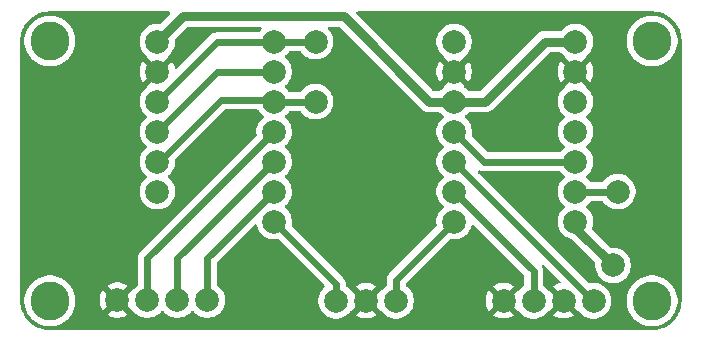
<source format=gbr>
%TF.GenerationSoftware,KiCad,Pcbnew,9.0.4-9.0.4-0~ubuntu22.04.1*%
%TF.CreationDate,2025-11-07T00:10:23-05:00*%
%TF.ProjectId,operator-mk3,6f706572-6174-46f7-922d-6d6b332e6b69,rev?*%
%TF.SameCoordinates,Original*%
%TF.FileFunction,Copper,L2,Bot*%
%TF.FilePolarity,Positive*%
%FSLAX46Y46*%
G04 Gerber Fmt 4.6, Leading zero omitted, Abs format (unit mm)*
G04 Created by KiCad (PCBNEW 9.0.4-9.0.4-0~ubuntu22.04.1) date 2025-11-07 00:10:23*
%MOMM*%
%LPD*%
G01*
G04 APERTURE LIST*
%TA.AperFunction,ComponentPad*%
%ADD10C,3.300000*%
%TD*%
%TA.AperFunction,ComponentPad*%
%ADD11C,2.000000*%
%TD*%
%TA.AperFunction,ViaPad*%
%ADD12C,2.000000*%
%TD*%
%TA.AperFunction,Conductor*%
%ADD13C,0.800000*%
%TD*%
%TA.AperFunction,Conductor*%
%ADD14C,0.600000*%
%TD*%
G04 APERTURE END LIST*
D10*
%TO.P,,*%
%TO.N,*%
X160000000Y-112000000D03*
%TD*%
%TO.P,,*%
%TO.N,*%
X160000000Y-90000000D03*
%TD*%
%TO.P,,*%
%TO.N,*%
X109000000Y-112000000D03*
%TD*%
%TO.P,REF\u002A\u002A,*%
%TO.N,*%
X109000000Y-90000000D03*
%TD*%
D11*
%TO.P,J4,1,Pin_1*%
%TO.N,3V*%
X153500000Y-90060000D03*
%TO.P,J4,2,Pin_2*%
%TO.N,GND*%
X153500000Y-92600000D03*
%TO.P,J4,3,Pin_3*%
%TO.N,unconnected-(J4-Pin_3-Pad3)*%
X153500000Y-95140000D03*
%TO.P,J4,4,Pin_4*%
%TO.N,unconnected-(J4-Pin_4-Pad4)*%
X153500000Y-97680000D03*
%TO.P,J4,5,Pin_5*%
%TO.N,DIN*%
X153500000Y-100220000D03*
%TO.P,J4,6,Pin_6*%
%TO.N,BCLK*%
X153500000Y-102760000D03*
%TO.P,J4,7,Pin_7*%
%TO.N,LRC*%
X153500000Y-105300000D03*
%TD*%
%TO.P,J3,1,Pin_1*%
%TO.N,D9*%
X155040000Y-112000000D03*
%TO.P,J3,2,Pin_2*%
%TO.N,GND*%
X152500000Y-112000000D03*
%TO.P,J3,3,Pin_3*%
%TO.N,D8*%
X149960000Y-112000000D03*
%TO.P,J3,4,Pin_4*%
%TO.N,GND*%
X147420000Y-112000000D03*
%TD*%
%TO.P,J5,1,Pin_1*%
%TO.N,BCLK*%
X128000000Y-90060000D03*
%TO.P,J5,2,Pin_2*%
%TO.N,DOUT*%
X128000000Y-92600000D03*
%TO.P,J5,3,Pin_3*%
%TO.N,LRC*%
X128000000Y-95140000D03*
%TO.P,J5,4,Pin_4*%
%TO.N,D3*%
X128000000Y-97680000D03*
%TO.P,J5,5,Pin_5*%
%TO.N,D4*%
X128000000Y-100220000D03*
%TO.P,J5,6,Pin_6*%
%TO.N,D5*%
X128000000Y-102760000D03*
%TO.P,J5,7,Pin_7*%
%TO.N,D6*%
X128000000Y-105300000D03*
%TD*%
%TO.P,J8,1,Pin_1*%
%TO.N,GND*%
X114720000Y-111950000D03*
%TO.P,J8,2,Pin_2*%
%TO.N,D3*%
X117260000Y-111950000D03*
%TO.P,J8,3,Pin_3*%
%TO.N,D4*%
X119800000Y-111950000D03*
%TO.P,J8,4,Pin_4*%
%TO.N,D5*%
X122340000Y-111950000D03*
%TD*%
%TO.P,J6,1,Pin_1*%
%TO.N,unconnected-(J6-Pin_1-Pad1)*%
X143235000Y-90060000D03*
%TO.P,J6,2,Pin_2*%
%TO.N,GND*%
X143235000Y-92600000D03*
%TO.P,J6,3,Pin_3*%
%TO.N,3V*%
X143235000Y-95140000D03*
%TO.P,J6,4,Pin_4*%
%TO.N,DIN*%
X143235000Y-97680000D03*
%TO.P,J6,5,Pin_5*%
%TO.N,D9*%
X143235000Y-100220000D03*
%TO.P,J6,6,Pin_6*%
%TO.N,D8*%
X143235000Y-102760000D03*
%TO.P,J6,7,Pin_7*%
%TO.N,D7*%
X143235000Y-105300000D03*
%TD*%
%TO.P,J1,1,Pin_1*%
%TO.N,D7*%
X138320000Y-112000000D03*
%TO.P,J1,2,Pin_2*%
%TO.N,GND*%
X135780000Y-112000000D03*
%TO.P,J1,3,Pin_3*%
%TO.N,D6*%
X133240000Y-112000000D03*
%TD*%
%TO.P,J2,1,Pin_1*%
%TO.N,3V*%
X118100000Y-90060000D03*
%TO.P,J2,2,Pin_2*%
%TO.N,GND*%
X118100000Y-92600000D03*
%TO.P,J2,3,Pin_3*%
%TO.N,BCLK*%
X118100000Y-95140000D03*
%TO.P,J2,4,Pin_4*%
%TO.N,DOUT*%
X118100000Y-97680000D03*
%TO.P,J2,5,Pin_5*%
%TO.N,LRC*%
X118100000Y-100220000D03*
%TO.P,J2,6,Pin_6*%
%TO.N,unconnected-(J2-Pin_6-Pad6)*%
X118100000Y-102760000D03*
%TD*%
D12*
%TO.N,BCLK*%
X157100000Y-102760000D03*
X131500000Y-90060000D03*
%TO.N,LRC*%
X156700000Y-109000000D03*
X131500000Y-95140000D03*
%TD*%
D13*
%TO.N,LRC*%
X156700000Y-109000000D02*
X153500000Y-105800000D01*
X153500000Y-105800000D02*
X153500000Y-105300000D01*
%TO.N,3V*%
X118100000Y-90060000D02*
X120259000Y-87901000D01*
X120259000Y-87901000D02*
X133901000Y-87901000D01*
X133901000Y-87901000D02*
X141140000Y-95140000D01*
X141140000Y-95140000D02*
X143235000Y-95140000D01*
X143235000Y-95140000D02*
X145860000Y-95140000D01*
X145860000Y-95140000D02*
X150940000Y-90060000D01*
X150940000Y-90060000D02*
X153500000Y-90060000D01*
D14*
%TO.N,BCLK*%
X128000000Y-90060000D02*
X123180000Y-90060000D01*
X128000000Y-90060000D02*
X131500000Y-90060000D01*
X123180000Y-90060000D02*
X118100000Y-95140000D01*
%TO.N,LRC*%
X127860000Y-95000000D02*
X123500000Y-95000000D01*
X128000000Y-95140000D02*
X127860000Y-95000000D01*
X128000000Y-95140000D02*
X131500000Y-95140000D01*
X118280000Y-100220000D02*
X118100000Y-100220000D01*
X123500000Y-95000000D02*
X118280000Y-100220000D01*
%TO.N,DOUT*%
X123180000Y-92600000D02*
X118100000Y-97680000D01*
X128000000Y-92600000D02*
X123180000Y-92600000D01*
%TO.N,DIN*%
X143235000Y-97680000D02*
X145775000Y-100220000D01*
X145775000Y-100220000D02*
X153500000Y-100220000D01*
%TO.N,D7*%
X143235000Y-105300000D02*
X138320000Y-110215000D01*
X138320000Y-110215000D02*
X138320000Y-112000000D01*
%TO.N,D9*%
X143235000Y-100220000D02*
X155015000Y-112000000D01*
X155015000Y-112000000D02*
X155040000Y-112000000D01*
%TO.N,D4*%
X128000000Y-100220000D02*
X119800000Y-108420000D01*
X119800000Y-108420000D02*
X119800000Y-111950000D01*
%TO.N,D8*%
X149960000Y-109485000D02*
X149960000Y-112000000D01*
X143235000Y-102760000D02*
X149960000Y-109485000D01*
%TO.N,D5*%
X128000000Y-102760000D02*
X122340000Y-108420000D01*
X122340000Y-108420000D02*
X122340000Y-111950000D01*
%TO.N,D6*%
X128000000Y-105300000D02*
X133240000Y-110540000D01*
X133240000Y-110540000D02*
X133240000Y-112000000D01*
%TO.N,D3*%
X117260000Y-108420000D02*
X117260000Y-111950000D01*
X128000000Y-97680000D02*
X117260000Y-108420000D01*
%TO.N,BCLK*%
X157100000Y-102760000D02*
X153500000Y-102760000D01*
%TD*%
%TA.AperFunction,Conductor*%
%TO.N,GND*%
G36*
X119153677Y-87520185D02*
G01*
X119199432Y-87572989D01*
X119209376Y-87642147D01*
X119180351Y-87705703D01*
X119174319Y-87712181D01*
X118356784Y-88529714D01*
X118295461Y-88563199D01*
X118249706Y-88564506D01*
X118218092Y-88559500D01*
X117981908Y-88559500D01*
X117981903Y-88559500D01*
X117748631Y-88596446D01*
X117524003Y-88669433D01*
X117313566Y-88776657D01*
X117229385Y-88837819D01*
X117122490Y-88915483D01*
X117122488Y-88915485D01*
X117122487Y-88915485D01*
X116955485Y-89082487D01*
X116955485Y-89082488D01*
X116955483Y-89082490D01*
X116905670Y-89151051D01*
X116816657Y-89273566D01*
X116709433Y-89484003D01*
X116636446Y-89708631D01*
X116599500Y-89941902D01*
X116599500Y-90178097D01*
X116636446Y-90411368D01*
X116709433Y-90635996D01*
X116816657Y-90846433D01*
X116955483Y-91037510D01*
X117122490Y-91204517D01*
X117181716Y-91247547D01*
X117224381Y-91302875D01*
X117232448Y-91357593D01*
X117230893Y-91377340D01*
X117970591Y-92117037D01*
X117907007Y-92134075D01*
X117792993Y-92199901D01*
X117699901Y-92292993D01*
X117634075Y-92407007D01*
X117617037Y-92470591D01*
X116877340Y-91730894D01*
X116817084Y-91813830D01*
X116709897Y-92024197D01*
X116636934Y-92248752D01*
X116600000Y-92481947D01*
X116600000Y-92718052D01*
X116636934Y-92951247D01*
X116709897Y-93175802D01*
X116817087Y-93386174D01*
X116877338Y-93469104D01*
X116877340Y-93469105D01*
X117617037Y-92729408D01*
X117634075Y-92792993D01*
X117699901Y-92907007D01*
X117792993Y-93000099D01*
X117907007Y-93065925D01*
X117970590Y-93082962D01*
X117230893Y-93822658D01*
X117232448Y-93842405D01*
X117218084Y-93910783D01*
X117181717Y-93952451D01*
X117122490Y-93995482D01*
X116955485Y-94162487D01*
X116955485Y-94162488D01*
X116955483Y-94162490D01*
X116930653Y-94196666D01*
X116816657Y-94353566D01*
X116709433Y-94564003D01*
X116636446Y-94788631D01*
X116599500Y-95021902D01*
X116599500Y-95258097D01*
X116636446Y-95491368D01*
X116709433Y-95715996D01*
X116772344Y-95839464D01*
X116816657Y-95926433D01*
X116955483Y-96117510D01*
X117122490Y-96284517D01*
X117157127Y-96309683D01*
X117199792Y-96365013D01*
X117205771Y-96434626D01*
X117173165Y-96496421D01*
X117157130Y-96510315D01*
X117139365Y-96523222D01*
X117122488Y-96535484D01*
X116955485Y-96702487D01*
X116955485Y-96702488D01*
X116955483Y-96702490D01*
X116895862Y-96784550D01*
X116816657Y-96893566D01*
X116709433Y-97104003D01*
X116636446Y-97328631D01*
X116599500Y-97561902D01*
X116599500Y-97798097D01*
X116636446Y-98031368D01*
X116709433Y-98255996D01*
X116816657Y-98466433D01*
X116955483Y-98657510D01*
X117122490Y-98824517D01*
X117157127Y-98849683D01*
X117199792Y-98905013D01*
X117205771Y-98974626D01*
X117173165Y-99036421D01*
X117157130Y-99050315D01*
X117139365Y-99063222D01*
X117122488Y-99075484D01*
X116955485Y-99242487D01*
X116955485Y-99242488D01*
X116955483Y-99242490D01*
X116895862Y-99324550D01*
X116816657Y-99433566D01*
X116709433Y-99644003D01*
X116636446Y-99868631D01*
X116599500Y-100101902D01*
X116599500Y-100338097D01*
X116636446Y-100571368D01*
X116709433Y-100795996D01*
X116799144Y-100972062D01*
X116816657Y-101006433D01*
X116955483Y-101197510D01*
X117122490Y-101364517D01*
X117157127Y-101389683D01*
X117199792Y-101445013D01*
X117205771Y-101514626D01*
X117173165Y-101576421D01*
X117157130Y-101590315D01*
X117139365Y-101603222D01*
X117122488Y-101615484D01*
X116955485Y-101782487D01*
X116955485Y-101782488D01*
X116955483Y-101782490D01*
X116895862Y-101864550D01*
X116816657Y-101973566D01*
X116709433Y-102184003D01*
X116636446Y-102408631D01*
X116599500Y-102641902D01*
X116599500Y-102878097D01*
X116636446Y-103111368D01*
X116709433Y-103335996D01*
X116816657Y-103546433D01*
X116955483Y-103737510D01*
X117122490Y-103904517D01*
X117313567Y-104043343D01*
X117375676Y-104074989D01*
X117524003Y-104150566D01*
X117524005Y-104150566D01*
X117524008Y-104150568D01*
X117644412Y-104189689D01*
X117748631Y-104223553D01*
X117981903Y-104260500D01*
X117981908Y-104260500D01*
X118218097Y-104260500D01*
X118451368Y-104223553D01*
X118675992Y-104150568D01*
X118886433Y-104043343D01*
X119077510Y-103904517D01*
X119244517Y-103737510D01*
X119383343Y-103546433D01*
X119490568Y-103335992D01*
X119563553Y-103111368D01*
X119566273Y-103094194D01*
X119600500Y-102878097D01*
X119600500Y-102641902D01*
X119563553Y-102408631D01*
X119490566Y-102184003D01*
X119383342Y-101973566D01*
X119244517Y-101782490D01*
X119077510Y-101615483D01*
X119042872Y-101590317D01*
X119000207Y-101534989D01*
X118994228Y-101465375D01*
X119026833Y-101403580D01*
X119042873Y-101389682D01*
X119077510Y-101364517D01*
X119244517Y-101197510D01*
X119383343Y-101006433D01*
X119490568Y-100795992D01*
X119563553Y-100571368D01*
X119566273Y-100554194D01*
X119600500Y-100338097D01*
X119600500Y-100101906D01*
X119600118Y-100097055D01*
X119601630Y-100096935D01*
X119609716Y-100034315D01*
X119635556Y-99996520D01*
X123795259Y-95836819D01*
X123856582Y-95803334D01*
X123882940Y-95800500D01*
X126576503Y-95800500D01*
X126643542Y-95820185D01*
X126686987Y-95868204D01*
X126716655Y-95926431D01*
X126725070Y-95938013D01*
X126855483Y-96117510D01*
X127022490Y-96284517D01*
X127057127Y-96309683D01*
X127099792Y-96365013D01*
X127105771Y-96434626D01*
X127073165Y-96496421D01*
X127057130Y-96510315D01*
X127039365Y-96523222D01*
X127022488Y-96535484D01*
X126855485Y-96702487D01*
X126855485Y-96702488D01*
X126855483Y-96702490D01*
X126795862Y-96784550D01*
X126716657Y-96893566D01*
X126609433Y-97104003D01*
X126536446Y-97328631D01*
X126499500Y-97561902D01*
X126499500Y-97798097D01*
X126523843Y-97951790D01*
X126514889Y-98021083D01*
X126489051Y-98058869D01*
X119155344Y-105392578D01*
X116749711Y-107798211D01*
X116693960Y-107853962D01*
X116638209Y-107909712D01*
X116550609Y-108040814D01*
X116550602Y-108040827D01*
X116490264Y-108186498D01*
X116490261Y-108186510D01*
X116459500Y-108341153D01*
X116459500Y-110613695D01*
X116439815Y-110680734D01*
X116408386Y-110714012D01*
X116282496Y-110805478D01*
X116282487Y-110805485D01*
X116115482Y-110972490D01*
X116072451Y-111031717D01*
X116017120Y-111074382D01*
X115962405Y-111082448D01*
X115942658Y-111080893D01*
X115202962Y-111820590D01*
X115185925Y-111757007D01*
X115120099Y-111642993D01*
X115027007Y-111549901D01*
X114912993Y-111484075D01*
X114849409Y-111467037D01*
X115589105Y-110727340D01*
X115589104Y-110727338D01*
X115506174Y-110667087D01*
X115295802Y-110559897D01*
X115071247Y-110486934D01*
X115071248Y-110486934D01*
X114838052Y-110450000D01*
X114601948Y-110450000D01*
X114368752Y-110486934D01*
X114144197Y-110559897D01*
X113933830Y-110667084D01*
X113850894Y-110727340D01*
X114590591Y-111467037D01*
X114527007Y-111484075D01*
X114412993Y-111549901D01*
X114319901Y-111642993D01*
X114254075Y-111757007D01*
X114237037Y-111820591D01*
X113497340Y-111080894D01*
X113437084Y-111163830D01*
X113329897Y-111374197D01*
X113256934Y-111598752D01*
X113220000Y-111831947D01*
X113220000Y-112068052D01*
X113256934Y-112301247D01*
X113329897Y-112525802D01*
X113437087Y-112736174D01*
X113497338Y-112819104D01*
X113497340Y-112819105D01*
X114237037Y-112079408D01*
X114254075Y-112142993D01*
X114319901Y-112257007D01*
X114412993Y-112350099D01*
X114527007Y-112415925D01*
X114590590Y-112432962D01*
X113850893Y-113172658D01*
X113933828Y-113232914D01*
X114144197Y-113340102D01*
X114368752Y-113413065D01*
X114368751Y-113413065D01*
X114601948Y-113450000D01*
X114838052Y-113450000D01*
X115071247Y-113413065D01*
X115295802Y-113340102D01*
X115506163Y-113232918D01*
X115506169Y-113232914D01*
X115589104Y-113172658D01*
X115589105Y-113172658D01*
X114849408Y-112432962D01*
X114912993Y-112415925D01*
X115027007Y-112350099D01*
X115120099Y-112257007D01*
X115185925Y-112142993D01*
X115202962Y-112079409D01*
X115942657Y-112819104D01*
X115962404Y-112817550D01*
X116030781Y-112831914D01*
X116072451Y-112868282D01*
X116115483Y-112927510D01*
X116282490Y-113094517D01*
X116473567Y-113233343D01*
X116570856Y-113282914D01*
X116684003Y-113340566D01*
X116684005Y-113340566D01*
X116684008Y-113340568D01*
X116804412Y-113379689D01*
X116908631Y-113413553D01*
X117141903Y-113450500D01*
X117141908Y-113450500D01*
X117378097Y-113450500D01*
X117611368Y-113413553D01*
X117682114Y-113390566D01*
X117835992Y-113340568D01*
X118046433Y-113233343D01*
X118237510Y-113094517D01*
X118404517Y-112927510D01*
X118429682Y-112892872D01*
X118485011Y-112850207D01*
X118554625Y-112844228D01*
X118616420Y-112876833D01*
X118630315Y-112892870D01*
X118655483Y-112927510D01*
X118822490Y-113094517D01*
X119013567Y-113233343D01*
X119110856Y-113282914D01*
X119224003Y-113340566D01*
X119224005Y-113340566D01*
X119224008Y-113340568D01*
X119344412Y-113379689D01*
X119448631Y-113413553D01*
X119681903Y-113450500D01*
X119681908Y-113450500D01*
X119918097Y-113450500D01*
X120151368Y-113413553D01*
X120222114Y-113390566D01*
X120375992Y-113340568D01*
X120586433Y-113233343D01*
X120777510Y-113094517D01*
X120944517Y-112927510D01*
X120969682Y-112892872D01*
X121025011Y-112850207D01*
X121094625Y-112844228D01*
X121156420Y-112876833D01*
X121170315Y-112892870D01*
X121195483Y-112927510D01*
X121362490Y-113094517D01*
X121553567Y-113233343D01*
X121650856Y-113282914D01*
X121764003Y-113340566D01*
X121764005Y-113340566D01*
X121764008Y-113340568D01*
X121884412Y-113379689D01*
X121988631Y-113413553D01*
X122221903Y-113450500D01*
X122221908Y-113450500D01*
X122458097Y-113450500D01*
X122691368Y-113413553D01*
X122762114Y-113390566D01*
X122915992Y-113340568D01*
X123126433Y-113233343D01*
X123317510Y-113094517D01*
X123484517Y-112927510D01*
X123623343Y-112736433D01*
X123730568Y-112525992D01*
X123803553Y-112301368D01*
X123828637Y-112142993D01*
X123840500Y-112068097D01*
X123840500Y-111831902D01*
X123803553Y-111598631D01*
X123730566Y-111374003D01*
X123623342Y-111163566D01*
X123600995Y-111132808D01*
X123484517Y-110972490D01*
X123317510Y-110805483D01*
X123278775Y-110777340D01*
X123191614Y-110714012D01*
X123148948Y-110658682D01*
X123140500Y-110613695D01*
X123140500Y-108802940D01*
X123160185Y-108735901D01*
X123176819Y-108715259D01*
X124422364Y-107469714D01*
X126323929Y-105568148D01*
X126385250Y-105534665D01*
X126454942Y-105539649D01*
X126510875Y-105581521D01*
X126534081Y-105636431D01*
X126536447Y-105651370D01*
X126609433Y-105875996D01*
X126716657Y-106086433D01*
X126855483Y-106277510D01*
X127022490Y-106444517D01*
X127213567Y-106583343D01*
X127312991Y-106634002D01*
X127424003Y-106690566D01*
X127424005Y-106690566D01*
X127424008Y-106690568D01*
X127544412Y-106729689D01*
X127648631Y-106763553D01*
X127881903Y-106800500D01*
X127881908Y-106800500D01*
X128118090Y-106800500D01*
X128118092Y-106800500D01*
X128271793Y-106776155D01*
X128341083Y-106785109D01*
X128378869Y-106810947D01*
X132255266Y-110687344D01*
X132288751Y-110748667D01*
X132283767Y-110818359D01*
X132255267Y-110862706D01*
X132095482Y-111022491D01*
X131956657Y-111213566D01*
X131849433Y-111424003D01*
X131776446Y-111648631D01*
X131739500Y-111881902D01*
X131739500Y-112118097D01*
X131776446Y-112351368D01*
X131849433Y-112575996D01*
X131940538Y-112754798D01*
X131956657Y-112786433D01*
X132095483Y-112977510D01*
X132262490Y-113144517D01*
X132453567Y-113283343D01*
X132552991Y-113334002D01*
X132664003Y-113390566D01*
X132664005Y-113390566D01*
X132664008Y-113390568D01*
X132772385Y-113425782D01*
X132888631Y-113463553D01*
X133121903Y-113500500D01*
X133121908Y-113500500D01*
X133358097Y-113500500D01*
X133591368Y-113463553D01*
X133592870Y-113463065D01*
X133815992Y-113390568D01*
X134026433Y-113283343D01*
X134217510Y-113144517D01*
X134384517Y-112977510D01*
X134431370Y-112913022D01*
X134435713Y-112908199D01*
X134460150Y-112893142D01*
X134482877Y-112875618D01*
X134490393Y-112874509D01*
X134495199Y-112871549D01*
X134508730Y-112871806D01*
X134537594Y-112867551D01*
X134557340Y-112869105D01*
X135297037Y-112129408D01*
X135314075Y-112192993D01*
X135379901Y-112307007D01*
X135472993Y-112400099D01*
X135587007Y-112465925D01*
X135650590Y-112482962D01*
X134910893Y-113222658D01*
X134993828Y-113282914D01*
X135204197Y-113390102D01*
X135428752Y-113463065D01*
X135428751Y-113463065D01*
X135661948Y-113500000D01*
X135898052Y-113500000D01*
X136131247Y-113463065D01*
X136355802Y-113390102D01*
X136566163Y-113282918D01*
X136566169Y-113282914D01*
X136649104Y-113222658D01*
X136649105Y-113222658D01*
X135909408Y-112482962D01*
X135972993Y-112465925D01*
X136087007Y-112400099D01*
X136180099Y-112307007D01*
X136245925Y-112192993D01*
X136262962Y-112129409D01*
X137002657Y-112869104D01*
X137022404Y-112867550D01*
X137090781Y-112881914D01*
X137132451Y-112918282D01*
X137175483Y-112977510D01*
X137342490Y-113144517D01*
X137533567Y-113283343D01*
X137632991Y-113334002D01*
X137744003Y-113390566D01*
X137744005Y-113390566D01*
X137744008Y-113390568D01*
X137852385Y-113425782D01*
X137968631Y-113463553D01*
X138201903Y-113500500D01*
X138201908Y-113500500D01*
X138438097Y-113500500D01*
X138671368Y-113463553D01*
X138672870Y-113463065D01*
X138895992Y-113390568D01*
X139106433Y-113283343D01*
X139297510Y-113144517D01*
X139464517Y-112977510D01*
X139603343Y-112786433D01*
X139710568Y-112575992D01*
X139783553Y-112351368D01*
X139783754Y-112350099D01*
X139820500Y-112118097D01*
X139820500Y-111881902D01*
X139783553Y-111648631D01*
X139710566Y-111424003D01*
X139603342Y-111213566D01*
X139464517Y-111022490D01*
X139297510Y-110855483D01*
X139271519Y-110836599D01*
X139171614Y-110764012D01*
X139168274Y-110759681D01*
X139163297Y-110757408D01*
X139147165Y-110732307D01*
X139128948Y-110708682D01*
X139127695Y-110702009D01*
X139125523Y-110698630D01*
X139120500Y-110663695D01*
X139120500Y-110597939D01*
X139140185Y-110530900D01*
X139156814Y-110510263D01*
X142856131Y-106810945D01*
X142917452Y-106777462D01*
X142963203Y-106776155D01*
X143116908Y-106800500D01*
X143116910Y-106800500D01*
X143353097Y-106800500D01*
X143586368Y-106763553D01*
X143586374Y-106763551D01*
X143810992Y-106690568D01*
X144021433Y-106583343D01*
X144212510Y-106444517D01*
X144379517Y-106277510D01*
X144518343Y-106086433D01*
X144625568Y-105875992D01*
X144698553Y-105651368D01*
X144700918Y-105636434D01*
X144730845Y-105573301D01*
X144790155Y-105536368D01*
X144860018Y-105537364D01*
X144911072Y-105568150D01*
X149123181Y-109780259D01*
X149156666Y-109841582D01*
X149159500Y-109867940D01*
X149159500Y-110663695D01*
X149139815Y-110730734D01*
X149108386Y-110764012D01*
X148982496Y-110855478D01*
X148982487Y-110855485D01*
X148815482Y-111022490D01*
X148772451Y-111081717D01*
X148717120Y-111124382D01*
X148662405Y-111132448D01*
X148642658Y-111130893D01*
X147902962Y-111870590D01*
X147885925Y-111807007D01*
X147820099Y-111692993D01*
X147727007Y-111599901D01*
X147612993Y-111534075D01*
X147549409Y-111517037D01*
X148289105Y-110777340D01*
X148289104Y-110777338D01*
X148206174Y-110717087D01*
X147995802Y-110609897D01*
X147771247Y-110536934D01*
X147771248Y-110536934D01*
X147538052Y-110500000D01*
X147301948Y-110500000D01*
X147068752Y-110536934D01*
X146844197Y-110609897D01*
X146633830Y-110717084D01*
X146550894Y-110777340D01*
X147290591Y-111517037D01*
X147227007Y-111534075D01*
X147112993Y-111599901D01*
X147019901Y-111692993D01*
X146954075Y-111807007D01*
X146937037Y-111870591D01*
X146197340Y-111130894D01*
X146137084Y-111213830D01*
X146029897Y-111424197D01*
X145956934Y-111648752D01*
X145920000Y-111881947D01*
X145920000Y-112118052D01*
X145956934Y-112351247D01*
X146029897Y-112575802D01*
X146137087Y-112786174D01*
X146197338Y-112869104D01*
X146197340Y-112869105D01*
X146937037Y-112129408D01*
X146954075Y-112192993D01*
X147019901Y-112307007D01*
X147112993Y-112400099D01*
X147227007Y-112465925D01*
X147290590Y-112482962D01*
X146550893Y-113222658D01*
X146633828Y-113282914D01*
X146844197Y-113390102D01*
X147068752Y-113463065D01*
X147068751Y-113463065D01*
X147301948Y-113500000D01*
X147538052Y-113500000D01*
X147771247Y-113463065D01*
X147995802Y-113390102D01*
X148206163Y-113282918D01*
X148206169Y-113282914D01*
X148289104Y-113222658D01*
X148289105Y-113222658D01*
X147549408Y-112482962D01*
X147612993Y-112465925D01*
X147727007Y-112400099D01*
X147820099Y-112307007D01*
X147885925Y-112192993D01*
X147902962Y-112129409D01*
X148642657Y-112869104D01*
X148662404Y-112867550D01*
X148730781Y-112881914D01*
X148772451Y-112918282D01*
X148815483Y-112977510D01*
X148982490Y-113144517D01*
X149173567Y-113283343D01*
X149272991Y-113334002D01*
X149384003Y-113390566D01*
X149384005Y-113390566D01*
X149384008Y-113390568D01*
X149492385Y-113425782D01*
X149608631Y-113463553D01*
X149841903Y-113500500D01*
X149841908Y-113500500D01*
X150078097Y-113500500D01*
X150311368Y-113463553D01*
X150312870Y-113463065D01*
X150535992Y-113390568D01*
X150746433Y-113283343D01*
X150937510Y-113144517D01*
X151104517Y-112977510D01*
X151151370Y-112913022D01*
X151155713Y-112908199D01*
X151180150Y-112893142D01*
X151202877Y-112875618D01*
X151210393Y-112874509D01*
X151215199Y-112871549D01*
X151228730Y-112871806D01*
X151257594Y-112867551D01*
X151277340Y-112869105D01*
X152017037Y-112129408D01*
X152034075Y-112192993D01*
X152099901Y-112307007D01*
X152192993Y-112400099D01*
X152307007Y-112465925D01*
X152370590Y-112482962D01*
X151630893Y-113222658D01*
X151713828Y-113282914D01*
X151924197Y-113390102D01*
X152148752Y-113463065D01*
X152148751Y-113463065D01*
X152381948Y-113500000D01*
X152618052Y-113500000D01*
X152851247Y-113463065D01*
X153075802Y-113390102D01*
X153286163Y-113282918D01*
X153286169Y-113282914D01*
X153369104Y-113222658D01*
X153369105Y-113222658D01*
X152629408Y-112482962D01*
X152692993Y-112465925D01*
X152807007Y-112400099D01*
X152900099Y-112307007D01*
X152965925Y-112192993D01*
X152982962Y-112129408D01*
X153722657Y-112869104D01*
X153742404Y-112867550D01*
X153810781Y-112881914D01*
X153852451Y-112918282D01*
X153895483Y-112977510D01*
X154062490Y-113144517D01*
X154253567Y-113283343D01*
X154352991Y-113334002D01*
X154464003Y-113390566D01*
X154464005Y-113390566D01*
X154464008Y-113390568D01*
X154572385Y-113425782D01*
X154688631Y-113463553D01*
X154921903Y-113500500D01*
X154921908Y-113500500D01*
X155158097Y-113500500D01*
X155391368Y-113463553D01*
X155392870Y-113463065D01*
X155615992Y-113390568D01*
X155826433Y-113283343D01*
X156017510Y-113144517D01*
X156184517Y-112977510D01*
X156323343Y-112786433D01*
X156430568Y-112575992D01*
X156503553Y-112351368D01*
X156503754Y-112350099D01*
X156540500Y-112118097D01*
X156540500Y-111881906D01*
X156539309Y-111874386D01*
X156539309Y-111874383D01*
X156536879Y-111859041D01*
X157849500Y-111859041D01*
X157849500Y-112140958D01*
X157886295Y-112420439D01*
X157959259Y-112692743D01*
X158067135Y-112953179D01*
X158067140Y-112953190D01*
X158193851Y-113172658D01*
X158208088Y-113197317D01*
X158374013Y-113413553D01*
X158379704Y-113420970D01*
X158579029Y-113620295D01*
X158579033Y-113620298D01*
X158579035Y-113620300D01*
X158802683Y-113791912D01*
X158802690Y-113791916D01*
X159046809Y-113932859D01*
X159046814Y-113932861D01*
X159046817Y-113932863D01*
X159307261Y-114040742D01*
X159579558Y-114113704D01*
X159859049Y-114150500D01*
X159859056Y-114150500D01*
X160140944Y-114150500D01*
X160140951Y-114150500D01*
X160420442Y-114113704D01*
X160692739Y-114040742D01*
X160953183Y-113932863D01*
X161197317Y-113791912D01*
X161420965Y-113620300D01*
X161620300Y-113420965D01*
X161791912Y-113197317D01*
X161932863Y-112953183D01*
X162040742Y-112692739D01*
X162113704Y-112420442D01*
X162150500Y-112140951D01*
X162150500Y-111859049D01*
X162113704Y-111579558D01*
X162040742Y-111307261D01*
X161932863Y-111046817D01*
X161932861Y-111046814D01*
X161932859Y-111046809D01*
X161791916Y-110802690D01*
X161791912Y-110802683D01*
X161620300Y-110579035D01*
X161620298Y-110579033D01*
X161620295Y-110579029D01*
X161420970Y-110379704D01*
X161420965Y-110379700D01*
X161197317Y-110208088D01*
X161197311Y-110208084D01*
X161197309Y-110208083D01*
X160953190Y-110067140D01*
X160953179Y-110067135D01*
X160692743Y-109959259D01*
X160420439Y-109886295D01*
X160140958Y-109849500D01*
X160140951Y-109849500D01*
X159859049Y-109849500D01*
X159859041Y-109849500D01*
X159579560Y-109886295D01*
X159307256Y-109959259D01*
X159046820Y-110067135D01*
X159046809Y-110067140D01*
X158802690Y-110208083D01*
X158802682Y-110208089D01*
X158579029Y-110379704D01*
X158379704Y-110579029D01*
X158265901Y-110727340D01*
X158227535Y-110777340D01*
X158208089Y-110802682D01*
X158208083Y-110802690D01*
X158067140Y-111046809D01*
X158067135Y-111046820D01*
X157959259Y-111307256D01*
X157886295Y-111579560D01*
X157849500Y-111859041D01*
X156536879Y-111859041D01*
X156503553Y-111648631D01*
X156430566Y-111424003D01*
X156323342Y-111213566D01*
X156184517Y-111022490D01*
X156017510Y-110855483D01*
X155826433Y-110716657D01*
X155791053Y-110698630D01*
X155615996Y-110609433D01*
X155391368Y-110536446D01*
X155158097Y-110499500D01*
X155158092Y-110499500D01*
X154921908Y-110499500D01*
X154921903Y-110499500D01*
X154746626Y-110527261D01*
X154677332Y-110518306D01*
X154639547Y-110492469D01*
X145291459Y-101144381D01*
X145257974Y-101083058D01*
X145262958Y-101013366D01*
X145304830Y-100957433D01*
X145370294Y-100933016D01*
X145426586Y-100942137D01*
X145498833Y-100972062D01*
X145541502Y-100989737D01*
X145625438Y-101006433D01*
X145696152Y-101020499D01*
X145696155Y-101020500D01*
X145696157Y-101020500D01*
X145696158Y-101020500D01*
X152163696Y-101020500D01*
X152230735Y-101040185D01*
X152264013Y-101071613D01*
X152355483Y-101197510D01*
X152522490Y-101364517D01*
X152557127Y-101389683D01*
X152599792Y-101445013D01*
X152605771Y-101514626D01*
X152573165Y-101576421D01*
X152557130Y-101590315D01*
X152539365Y-101603222D01*
X152522488Y-101615484D01*
X152355485Y-101782487D01*
X152355485Y-101782488D01*
X152355483Y-101782490D01*
X152295862Y-101864550D01*
X152216657Y-101973566D01*
X152109433Y-102184003D01*
X152036446Y-102408631D01*
X151999500Y-102641902D01*
X151999500Y-102878097D01*
X152036446Y-103111368D01*
X152109433Y-103335996D01*
X152216657Y-103546433D01*
X152355483Y-103737510D01*
X152522490Y-103904517D01*
X152557127Y-103929683D01*
X152599792Y-103985013D01*
X152605771Y-104054626D01*
X152573165Y-104116421D01*
X152557130Y-104130315D01*
X152539365Y-104143222D01*
X152522488Y-104155484D01*
X152355485Y-104322487D01*
X152355485Y-104322488D01*
X152355483Y-104322490D01*
X152295862Y-104404550D01*
X152216657Y-104513566D01*
X152109433Y-104724003D01*
X152036446Y-104948631D01*
X151999500Y-105181902D01*
X151999500Y-105418097D01*
X152036446Y-105651368D01*
X152109433Y-105875996D01*
X152216657Y-106086433D01*
X152355483Y-106277510D01*
X152522490Y-106444517D01*
X152713567Y-106583343D01*
X152812991Y-106634002D01*
X152924003Y-106690566D01*
X152924005Y-106690566D01*
X152924008Y-106690568D01*
X153148632Y-106763553D01*
X153158052Y-106765044D01*
X153221186Y-106794972D01*
X153226337Y-106799837D01*
X155169714Y-108743214D01*
X155203199Y-108804537D01*
X155204507Y-108850291D01*
X155199500Y-108881907D01*
X155199500Y-109118097D01*
X155236446Y-109351368D01*
X155309433Y-109575996D01*
X155375018Y-109704712D01*
X155416657Y-109786433D01*
X155555483Y-109977510D01*
X155722490Y-110144517D01*
X155913567Y-110283343D01*
X155959035Y-110306510D01*
X156124003Y-110390566D01*
X156124005Y-110390566D01*
X156124008Y-110390568D01*
X156244412Y-110429689D01*
X156348631Y-110463553D01*
X156581903Y-110500500D01*
X156581908Y-110500500D01*
X156818097Y-110500500D01*
X157051368Y-110463553D01*
X157065698Y-110458897D01*
X157275992Y-110390568D01*
X157486433Y-110283343D01*
X157677510Y-110144517D01*
X157844517Y-109977510D01*
X157983343Y-109786433D01*
X158090568Y-109575992D01*
X158163553Y-109351368D01*
X158197570Y-109136594D01*
X158200500Y-109118097D01*
X158200500Y-108881902D01*
X158163553Y-108648631D01*
X158090566Y-108424003D01*
X157983342Y-108213566D01*
X157844517Y-108022490D01*
X157677510Y-107855483D01*
X157486433Y-107716657D01*
X157275996Y-107609433D01*
X157051368Y-107536446D01*
X156818097Y-107499500D01*
X156818092Y-107499500D01*
X156581908Y-107499500D01*
X156581907Y-107499500D01*
X156550291Y-107504507D01*
X156480998Y-107495551D01*
X156443214Y-107469714D01*
X154934225Y-105960725D01*
X154900740Y-105899402D01*
X154903974Y-105834730D01*
X154963553Y-105651368D01*
X154976157Y-105571789D01*
X155000500Y-105418097D01*
X155000500Y-105181902D01*
X154963553Y-104948631D01*
X154890566Y-104724003D01*
X154783342Y-104513566D01*
X154644517Y-104322490D01*
X154477510Y-104155483D01*
X154442872Y-104130317D01*
X154400207Y-104074989D01*
X154394228Y-104005375D01*
X154426833Y-103943580D01*
X154442873Y-103929682D01*
X154477510Y-103904517D01*
X154644517Y-103737510D01*
X154735986Y-103611613D01*
X154791316Y-103568949D01*
X154836304Y-103560500D01*
X155763696Y-103560500D01*
X155830735Y-103580185D01*
X155864013Y-103611613D01*
X155955483Y-103737510D01*
X156122490Y-103904517D01*
X156313567Y-104043343D01*
X156375676Y-104074989D01*
X156524003Y-104150566D01*
X156524005Y-104150566D01*
X156524008Y-104150568D01*
X156644412Y-104189689D01*
X156748631Y-104223553D01*
X156981903Y-104260500D01*
X156981908Y-104260500D01*
X157218097Y-104260500D01*
X157451368Y-104223553D01*
X157675992Y-104150568D01*
X157886433Y-104043343D01*
X158077510Y-103904517D01*
X158244517Y-103737510D01*
X158383343Y-103546433D01*
X158490568Y-103335992D01*
X158563553Y-103111368D01*
X158566273Y-103094194D01*
X158600500Y-102878097D01*
X158600500Y-102641902D01*
X158563553Y-102408631D01*
X158490566Y-102184003D01*
X158383342Y-101973566D01*
X158244517Y-101782490D01*
X158077510Y-101615483D01*
X157886433Y-101476657D01*
X157864291Y-101465375D01*
X157675996Y-101369433D01*
X157451368Y-101296446D01*
X157218097Y-101259500D01*
X157218092Y-101259500D01*
X156981908Y-101259500D01*
X156981903Y-101259500D01*
X156748631Y-101296446D01*
X156524003Y-101369433D01*
X156313566Y-101476657D01*
X156261307Y-101514626D01*
X156122490Y-101615483D01*
X156122488Y-101615485D01*
X156122487Y-101615485D01*
X155955485Y-101782487D01*
X155955485Y-101782488D01*
X155955483Y-101782490D01*
X155864014Y-101908386D01*
X155808684Y-101951051D01*
X155763696Y-101959500D01*
X154836304Y-101959500D01*
X154769265Y-101939815D01*
X154735986Y-101908386D01*
X154644517Y-101782490D01*
X154477510Y-101615483D01*
X154442872Y-101590317D01*
X154400207Y-101534989D01*
X154394228Y-101465375D01*
X154426833Y-101403580D01*
X154442873Y-101389682D01*
X154477510Y-101364517D01*
X154644517Y-101197510D01*
X154783343Y-101006433D01*
X154890568Y-100795992D01*
X154963553Y-100571368D01*
X154966273Y-100554194D01*
X155000500Y-100338097D01*
X155000500Y-100101902D01*
X154963553Y-99868631D01*
X154890566Y-99644003D01*
X154783342Y-99433566D01*
X154644517Y-99242490D01*
X154477510Y-99075483D01*
X154442872Y-99050317D01*
X154400207Y-98994989D01*
X154394228Y-98925375D01*
X154426833Y-98863580D01*
X154442873Y-98849682D01*
X154477510Y-98824517D01*
X154644517Y-98657510D01*
X154783343Y-98466433D01*
X154890568Y-98255992D01*
X154963553Y-98031368D01*
X154976157Y-97951789D01*
X155000500Y-97798097D01*
X155000500Y-97561902D01*
X154963553Y-97328631D01*
X154890566Y-97104003D01*
X154783342Y-96893566D01*
X154644517Y-96702490D01*
X154477510Y-96535483D01*
X154442872Y-96510317D01*
X154400207Y-96454989D01*
X154394228Y-96385375D01*
X154426833Y-96323580D01*
X154442873Y-96309682D01*
X154477510Y-96284517D01*
X154644517Y-96117510D01*
X154783343Y-95926433D01*
X154890568Y-95715992D01*
X154963553Y-95491368D01*
X155000500Y-95258097D01*
X155000500Y-95021902D01*
X154963553Y-94788631D01*
X154890566Y-94564003D01*
X154834002Y-94452991D01*
X154783343Y-94353567D01*
X154644517Y-94162490D01*
X154477510Y-93995483D01*
X154418282Y-93952451D01*
X154375617Y-93897122D01*
X154367550Y-93842404D01*
X154369104Y-93822657D01*
X153629408Y-93082962D01*
X153692993Y-93065925D01*
X153807007Y-93000099D01*
X153900099Y-92907007D01*
X153965925Y-92792993D01*
X153982962Y-92729409D01*
X154722658Y-93469105D01*
X154722658Y-93469104D01*
X154782914Y-93386169D01*
X154782918Y-93386163D01*
X154890102Y-93175802D01*
X154963065Y-92951247D01*
X155000000Y-92718052D01*
X155000000Y-92481947D01*
X154963065Y-92248752D01*
X154890102Y-92024197D01*
X154782914Y-91813828D01*
X154722658Y-91730894D01*
X154722658Y-91730893D01*
X153982962Y-92470590D01*
X153965925Y-92407007D01*
X153900099Y-92292993D01*
X153807007Y-92199901D01*
X153692993Y-92134075D01*
X153629409Y-92117037D01*
X154369105Y-91377340D01*
X154367551Y-91357594D01*
X154381915Y-91289216D01*
X154418284Y-91247547D01*
X154477510Y-91204517D01*
X154644517Y-91037510D01*
X154783343Y-90846433D01*
X154890568Y-90635992D01*
X154963553Y-90411368D01*
X155000500Y-90178097D01*
X155000500Y-89941901D01*
X154989807Y-89874387D01*
X154987376Y-89859041D01*
X157849500Y-89859041D01*
X157849500Y-90140958D01*
X157886295Y-90420439D01*
X157959259Y-90692743D01*
X158067135Y-90953179D01*
X158067140Y-90953190D01*
X158115824Y-91037512D01*
X158208088Y-91197317D01*
X158376213Y-91416421D01*
X158379704Y-91420970D01*
X158579029Y-91620295D01*
X158579033Y-91620298D01*
X158579035Y-91620300D01*
X158802683Y-91791912D01*
X158802690Y-91791916D01*
X159046809Y-91932859D01*
X159046814Y-91932861D01*
X159046817Y-91932863D01*
X159307261Y-92040742D01*
X159579558Y-92113704D01*
X159859049Y-92150500D01*
X159859056Y-92150500D01*
X160140944Y-92150500D01*
X160140951Y-92150500D01*
X160420442Y-92113704D01*
X160692739Y-92040742D01*
X160953183Y-91932863D01*
X161197317Y-91791912D01*
X161420965Y-91620300D01*
X161620300Y-91420965D01*
X161791912Y-91197317D01*
X161932863Y-90953183D01*
X162040742Y-90692739D01*
X162113704Y-90420442D01*
X162150500Y-90140951D01*
X162150500Y-89859049D01*
X162113704Y-89579558D01*
X162040742Y-89307261D01*
X161932863Y-89046817D01*
X161932861Y-89046814D01*
X161932859Y-89046809D01*
X161791916Y-88802690D01*
X161791912Y-88802683D01*
X161620300Y-88579035D01*
X161620298Y-88579033D01*
X161620295Y-88579029D01*
X161420970Y-88379704D01*
X161380208Y-88348426D01*
X161197317Y-88208088D01*
X161197311Y-88208084D01*
X161197309Y-88208083D01*
X160953190Y-88067140D01*
X160953179Y-88067135D01*
X160692743Y-87959259D01*
X160420439Y-87886295D01*
X160140958Y-87849500D01*
X160140951Y-87849500D01*
X159859049Y-87849500D01*
X159859041Y-87849500D01*
X159579560Y-87886295D01*
X159307256Y-87959259D01*
X159046820Y-88067135D01*
X159046809Y-88067140D01*
X158802690Y-88208083D01*
X158802682Y-88208089D01*
X158579029Y-88379704D01*
X158379704Y-88579029D01*
X158310335Y-88669433D01*
X158208754Y-88801816D01*
X158208089Y-88802682D01*
X158208083Y-88802690D01*
X158067140Y-89046809D01*
X158067135Y-89046820D01*
X157959259Y-89307256D01*
X157886295Y-89579560D01*
X157849500Y-89859041D01*
X154987376Y-89859041D01*
X154963553Y-89708631D01*
X154890566Y-89484003D01*
X154800508Y-89307256D01*
X154783343Y-89273567D01*
X154644517Y-89082490D01*
X154477510Y-88915483D01*
X154286433Y-88776657D01*
X154075996Y-88669433D01*
X153851368Y-88596446D01*
X153618097Y-88559500D01*
X153618092Y-88559500D01*
X153381908Y-88559500D01*
X153381903Y-88559500D01*
X153148631Y-88596446D01*
X152924003Y-88669433D01*
X152713566Y-88776657D01*
X152629385Y-88837819D01*
X152522490Y-88915483D01*
X152522488Y-88915485D01*
X152522487Y-88915485D01*
X152355485Y-89082487D01*
X152355485Y-89082488D01*
X152355483Y-89082490D01*
X152336667Y-89108386D01*
X152281339Y-89151051D01*
X152236351Y-89159500D01*
X150851303Y-89159500D01*
X150677341Y-89194103D01*
X150677333Y-89194105D01*
X150513455Y-89261985D01*
X150513446Y-89261990D01*
X150365964Y-89360535D01*
X150365960Y-89360538D01*
X145523319Y-94203181D01*
X145461996Y-94236666D01*
X145435638Y-94239500D01*
X144498649Y-94239500D01*
X144431610Y-94219815D01*
X144398332Y-94188387D01*
X144379517Y-94162490D01*
X144212510Y-93995483D01*
X144153282Y-93952451D01*
X144110617Y-93897122D01*
X144102550Y-93842404D01*
X144104104Y-93822657D01*
X143364408Y-93082962D01*
X143427993Y-93065925D01*
X143542007Y-93000099D01*
X143635099Y-92907007D01*
X143700925Y-92792993D01*
X143717962Y-92729409D01*
X144457658Y-93469105D01*
X144457658Y-93469104D01*
X144517914Y-93386169D01*
X144517918Y-93386163D01*
X144625102Y-93175802D01*
X144698065Y-92951247D01*
X144735000Y-92718052D01*
X144735000Y-92481947D01*
X144698065Y-92248752D01*
X144625102Y-92024197D01*
X144517914Y-91813828D01*
X144457658Y-91730894D01*
X144457658Y-91730893D01*
X143717962Y-92470590D01*
X143700925Y-92407007D01*
X143635099Y-92292993D01*
X143542007Y-92199901D01*
X143427993Y-92134075D01*
X143364409Y-92117037D01*
X144104105Y-91377340D01*
X144102551Y-91357594D01*
X144116915Y-91289216D01*
X144153284Y-91247547D01*
X144212510Y-91204517D01*
X144379517Y-91037510D01*
X144518343Y-90846433D01*
X144625568Y-90635992D01*
X144698553Y-90411368D01*
X144735500Y-90178097D01*
X144735500Y-89941902D01*
X144698553Y-89708631D01*
X144625566Y-89484003D01*
X144535508Y-89307256D01*
X144518343Y-89273567D01*
X144379517Y-89082490D01*
X144212510Y-88915483D01*
X144021433Y-88776657D01*
X143810996Y-88669433D01*
X143586368Y-88596446D01*
X143353097Y-88559500D01*
X143353092Y-88559500D01*
X143116908Y-88559500D01*
X143116903Y-88559500D01*
X142883631Y-88596446D01*
X142659003Y-88669433D01*
X142448566Y-88776657D01*
X142364385Y-88837819D01*
X142257490Y-88915483D01*
X142257488Y-88915485D01*
X142257487Y-88915485D01*
X142090485Y-89082487D01*
X142090485Y-89082488D01*
X142090483Y-89082490D01*
X142040670Y-89151051D01*
X141951657Y-89273566D01*
X141844433Y-89484003D01*
X141771446Y-89708631D01*
X141734500Y-89941902D01*
X141734500Y-90178097D01*
X141771446Y-90411368D01*
X141844433Y-90635996D01*
X141951657Y-90846433D01*
X142090483Y-91037510D01*
X142257490Y-91204517D01*
X142316716Y-91247547D01*
X142359381Y-91302875D01*
X142367448Y-91357593D01*
X142365893Y-91377340D01*
X143105591Y-92117037D01*
X143042007Y-92134075D01*
X142927993Y-92199901D01*
X142834901Y-92292993D01*
X142769075Y-92407007D01*
X142752037Y-92470591D01*
X142012340Y-91730894D01*
X141952084Y-91813830D01*
X141844897Y-92024197D01*
X141771934Y-92248752D01*
X141735000Y-92481947D01*
X141735000Y-92718052D01*
X141771934Y-92951247D01*
X141844897Y-93175802D01*
X141952087Y-93386174D01*
X142012338Y-93469104D01*
X142012340Y-93469105D01*
X142752037Y-92729408D01*
X142769075Y-92792993D01*
X142834901Y-92907007D01*
X142927993Y-93000099D01*
X143042007Y-93065925D01*
X143105590Y-93082962D01*
X142365893Y-93822658D01*
X142367448Y-93842405D01*
X142353084Y-93910783D01*
X142316717Y-93952451D01*
X142257490Y-93995482D01*
X142090485Y-94162487D01*
X142090485Y-94162488D01*
X142090483Y-94162490D01*
X142071667Y-94188386D01*
X142016339Y-94231051D01*
X141971351Y-94239500D01*
X141564362Y-94239500D01*
X141497323Y-94219815D01*
X141476681Y-94203181D01*
X134985681Y-87712181D01*
X134952196Y-87650858D01*
X134957180Y-87581166D01*
X134999052Y-87525233D01*
X135064516Y-87500816D01*
X135073362Y-87500500D01*
X159934108Y-87500500D01*
X159996249Y-87500500D01*
X160003736Y-87500726D01*
X160293796Y-87518271D01*
X160308657Y-87520075D01*
X160590798Y-87571780D01*
X160605335Y-87575363D01*
X160879172Y-87660695D01*
X160893163Y-87666000D01*
X161154743Y-87783727D01*
X161167989Y-87790680D01*
X161413465Y-87939075D01*
X161425776Y-87947573D01*
X161578386Y-88067135D01*
X161651573Y-88124473D01*
X161662781Y-88134403D01*
X161865596Y-88337218D01*
X161875526Y-88348426D01*
X162044814Y-88564507D01*
X162052422Y-88574217D01*
X162060926Y-88586537D01*
X162175858Y-88776657D01*
X162209316Y-88832004D01*
X162216275Y-88845263D01*
X162333997Y-89106831D01*
X162339306Y-89120832D01*
X162424635Y-89394663D01*
X162428219Y-89409201D01*
X162479923Y-89691340D01*
X162481728Y-89706205D01*
X162499274Y-89996263D01*
X162499500Y-90003750D01*
X162499500Y-111996249D01*
X162499274Y-112003736D01*
X162481728Y-112293794D01*
X162479923Y-112308659D01*
X162428219Y-112590798D01*
X162424635Y-112605336D01*
X162339306Y-112879167D01*
X162333997Y-112893168D01*
X162216275Y-113154736D01*
X162209316Y-113167995D01*
X162060928Y-113413459D01*
X162052422Y-113425782D01*
X161875526Y-113651573D01*
X161865596Y-113662781D01*
X161662781Y-113865596D01*
X161651573Y-113875526D01*
X161425782Y-114052422D01*
X161413459Y-114060928D01*
X161167995Y-114209316D01*
X161154736Y-114216275D01*
X160893168Y-114333997D01*
X160879167Y-114339306D01*
X160605336Y-114424635D01*
X160590798Y-114428219D01*
X160308659Y-114479923D01*
X160293794Y-114481728D01*
X160003736Y-114499274D01*
X159996249Y-114499500D01*
X109003751Y-114499500D01*
X108996264Y-114499274D01*
X108706205Y-114481728D01*
X108691340Y-114479923D01*
X108409201Y-114428219D01*
X108394663Y-114424635D01*
X108120832Y-114339306D01*
X108106831Y-114333997D01*
X107845263Y-114216275D01*
X107832004Y-114209316D01*
X107586540Y-114060928D01*
X107574217Y-114052422D01*
X107348426Y-113875526D01*
X107337218Y-113865596D01*
X107134403Y-113662781D01*
X107124473Y-113651573D01*
X107005723Y-113500000D01*
X106947573Y-113425776D01*
X106939075Y-113413465D01*
X106790680Y-113167989D01*
X106783727Y-113154743D01*
X106666000Y-112893163D01*
X106660693Y-112879167D01*
X106658399Y-112871806D01*
X106575363Y-112605335D01*
X106571780Y-112590798D01*
X106540561Y-112420442D01*
X106520075Y-112308657D01*
X106518271Y-112293794D01*
X106500726Y-112003736D01*
X106500500Y-111996249D01*
X106500500Y-111859041D01*
X106849500Y-111859041D01*
X106849500Y-112140958D01*
X106886295Y-112420439D01*
X106959259Y-112692743D01*
X107067135Y-112953179D01*
X107067140Y-112953190D01*
X107193851Y-113172658D01*
X107208088Y-113197317D01*
X107374013Y-113413553D01*
X107379704Y-113420970D01*
X107579029Y-113620295D01*
X107579033Y-113620298D01*
X107579035Y-113620300D01*
X107802683Y-113791912D01*
X107802690Y-113791916D01*
X108046809Y-113932859D01*
X108046814Y-113932861D01*
X108046817Y-113932863D01*
X108307261Y-114040742D01*
X108579558Y-114113704D01*
X108859049Y-114150500D01*
X108859056Y-114150500D01*
X109140944Y-114150500D01*
X109140951Y-114150500D01*
X109420442Y-114113704D01*
X109692739Y-114040742D01*
X109953183Y-113932863D01*
X110197317Y-113791912D01*
X110420965Y-113620300D01*
X110620300Y-113420965D01*
X110791912Y-113197317D01*
X110851264Y-113094517D01*
X110869230Y-113063399D01*
X110932859Y-112953190D01*
X110932859Y-112953189D01*
X110932863Y-112953183D01*
X111040742Y-112692739D01*
X111113704Y-112420442D01*
X111150500Y-112140951D01*
X111150500Y-111859049D01*
X111145783Y-111823223D01*
X111127900Y-111687386D01*
X111113704Y-111579558D01*
X111040742Y-111307261D01*
X110932863Y-111046817D01*
X110932861Y-111046814D01*
X110932859Y-111046809D01*
X110811493Y-110836599D01*
X110791912Y-110802683D01*
X110620300Y-110579035D01*
X110620298Y-110579033D01*
X110620295Y-110579029D01*
X110420970Y-110379704D01*
X110420965Y-110379700D01*
X110197317Y-110208088D01*
X110197311Y-110208084D01*
X110197309Y-110208083D01*
X109953190Y-110067140D01*
X109953179Y-110067135D01*
X109692743Y-109959259D01*
X109420439Y-109886295D01*
X109140958Y-109849500D01*
X109140951Y-109849500D01*
X108859049Y-109849500D01*
X108859041Y-109849500D01*
X108579560Y-109886295D01*
X108307256Y-109959259D01*
X108046820Y-110067135D01*
X108046809Y-110067140D01*
X107802690Y-110208083D01*
X107802682Y-110208089D01*
X107579029Y-110379704D01*
X107379704Y-110579029D01*
X107265901Y-110727340D01*
X107227535Y-110777340D01*
X107208089Y-110802682D01*
X107208083Y-110802690D01*
X107067140Y-111046809D01*
X107067135Y-111046820D01*
X106959259Y-111307256D01*
X106886295Y-111579560D01*
X106849500Y-111859041D01*
X106500500Y-111859041D01*
X106500500Y-90003750D01*
X106500726Y-89996263D01*
X106508098Y-89874387D01*
X106509026Y-89859041D01*
X106849500Y-89859041D01*
X106849500Y-90140958D01*
X106886295Y-90420439D01*
X106959259Y-90692743D01*
X107067135Y-90953179D01*
X107067140Y-90953190D01*
X107115824Y-91037512D01*
X107208088Y-91197317D01*
X107376213Y-91416421D01*
X107379704Y-91420970D01*
X107579029Y-91620295D01*
X107579033Y-91620298D01*
X107579035Y-91620300D01*
X107802683Y-91791912D01*
X107802690Y-91791916D01*
X108046809Y-91932859D01*
X108046814Y-91932861D01*
X108046817Y-91932863D01*
X108307261Y-92040742D01*
X108579558Y-92113704D01*
X108859049Y-92150500D01*
X108859056Y-92150500D01*
X109140944Y-92150500D01*
X109140951Y-92150500D01*
X109420442Y-92113704D01*
X109692739Y-92040742D01*
X109953183Y-91932863D01*
X110197317Y-91791912D01*
X110420965Y-91620300D01*
X110620300Y-91420965D01*
X110791912Y-91197317D01*
X110932863Y-90953183D01*
X111040742Y-90692739D01*
X111113704Y-90420442D01*
X111150500Y-90140951D01*
X111150500Y-89859049D01*
X111113704Y-89579558D01*
X111040742Y-89307261D01*
X110932863Y-89046817D01*
X110932861Y-89046814D01*
X110932859Y-89046809D01*
X110791916Y-88802690D01*
X110791912Y-88802683D01*
X110620300Y-88579035D01*
X110620298Y-88579033D01*
X110620295Y-88579029D01*
X110420970Y-88379704D01*
X110380208Y-88348426D01*
X110197317Y-88208088D01*
X110197311Y-88208084D01*
X110197309Y-88208083D01*
X109953190Y-88067140D01*
X109953179Y-88067135D01*
X109692743Y-87959259D01*
X109420439Y-87886295D01*
X109140958Y-87849500D01*
X109140951Y-87849500D01*
X108859049Y-87849500D01*
X108859041Y-87849500D01*
X108579560Y-87886295D01*
X108307256Y-87959259D01*
X108046820Y-88067135D01*
X108046809Y-88067140D01*
X107802690Y-88208083D01*
X107802682Y-88208089D01*
X107579029Y-88379704D01*
X107379704Y-88579029D01*
X107310335Y-88669433D01*
X107208754Y-88801816D01*
X107208089Y-88802682D01*
X107208083Y-88802690D01*
X107067140Y-89046809D01*
X107067135Y-89046820D01*
X106959259Y-89307256D01*
X106886295Y-89579560D01*
X106849500Y-89859041D01*
X106509026Y-89859041D01*
X106518271Y-89706201D01*
X106520076Y-89691340D01*
X106540561Y-89579560D01*
X106571780Y-89409197D01*
X106575364Y-89394663D01*
X106585998Y-89360538D01*
X106660696Y-89120822D01*
X106665998Y-89106841D01*
X106783731Y-88845249D01*
X106790676Y-88832016D01*
X106939080Y-88586526D01*
X106947567Y-88574230D01*
X107124480Y-88348417D01*
X107134395Y-88337226D01*
X107337226Y-88134395D01*
X107348417Y-88124480D01*
X107574230Y-87947567D01*
X107586526Y-87939080D01*
X107832016Y-87790676D01*
X107845249Y-87783731D01*
X108106841Y-87665998D01*
X108120822Y-87660696D01*
X108394668Y-87575362D01*
X108409197Y-87571780D01*
X108691344Y-87520075D01*
X108706201Y-87518271D01*
X108996264Y-87500726D01*
X109003751Y-87500500D01*
X109065892Y-87500500D01*
X119086638Y-87500500D01*
X119153677Y-87520185D01*
G37*
%TD.AperFunction*%
%TA.AperFunction,Conductor*%
G36*
X133543677Y-88821185D02*
G01*
X133564319Y-88837819D01*
X140565966Y-95839466D01*
X140600326Y-95862423D01*
X140625040Y-95878936D01*
X140713453Y-95938013D01*
X140795393Y-95971953D01*
X140801480Y-95974474D01*
X140801485Y-95974477D01*
X140837940Y-95989577D01*
X140877334Y-96005895D01*
X141051303Y-96040499D01*
X141051307Y-96040500D01*
X141051308Y-96040500D01*
X141051309Y-96040500D01*
X141971351Y-96040500D01*
X142038390Y-96060185D01*
X142071667Y-96091612D01*
X142090483Y-96117510D01*
X142257490Y-96284517D01*
X142292127Y-96309683D01*
X142334792Y-96365013D01*
X142340771Y-96434626D01*
X142308165Y-96496421D01*
X142292130Y-96510315D01*
X142274365Y-96523222D01*
X142257488Y-96535484D01*
X142090485Y-96702487D01*
X142090485Y-96702488D01*
X142090483Y-96702490D01*
X142030862Y-96784550D01*
X141951657Y-96893566D01*
X141844433Y-97104003D01*
X141771446Y-97328631D01*
X141734500Y-97561902D01*
X141734500Y-97798097D01*
X141771446Y-98031368D01*
X141844433Y-98255996D01*
X141951657Y-98466433D01*
X142090483Y-98657510D01*
X142257490Y-98824517D01*
X142292127Y-98849683D01*
X142334792Y-98905013D01*
X142340771Y-98974626D01*
X142308165Y-99036421D01*
X142292130Y-99050315D01*
X142274365Y-99063222D01*
X142257488Y-99075484D01*
X142090485Y-99242487D01*
X142090485Y-99242488D01*
X142090483Y-99242490D01*
X142030862Y-99324550D01*
X141951657Y-99433566D01*
X141844433Y-99644003D01*
X141771446Y-99868631D01*
X141734500Y-100101902D01*
X141734500Y-100338097D01*
X141771446Y-100571368D01*
X141844433Y-100795996D01*
X141934144Y-100972062D01*
X141951657Y-101006433D01*
X142090483Y-101197510D01*
X142257490Y-101364517D01*
X142292127Y-101389683D01*
X142334792Y-101445013D01*
X142340771Y-101514626D01*
X142308165Y-101576421D01*
X142292130Y-101590315D01*
X142274365Y-101603222D01*
X142257488Y-101615484D01*
X142090485Y-101782487D01*
X142090485Y-101782488D01*
X142090483Y-101782490D01*
X142030862Y-101864550D01*
X141951657Y-101973566D01*
X141844433Y-102184003D01*
X141771446Y-102408631D01*
X141734500Y-102641902D01*
X141734500Y-102878097D01*
X141771446Y-103111368D01*
X141844433Y-103335996D01*
X141951657Y-103546433D01*
X142090483Y-103737510D01*
X142257490Y-103904517D01*
X142292127Y-103929683D01*
X142334792Y-103985013D01*
X142340771Y-104054626D01*
X142308165Y-104116421D01*
X142292130Y-104130315D01*
X142274365Y-104143222D01*
X142257488Y-104155484D01*
X142090485Y-104322487D01*
X142090485Y-104322488D01*
X142090483Y-104322490D01*
X142030862Y-104404550D01*
X141951657Y-104513566D01*
X141844433Y-104724003D01*
X141771446Y-104948631D01*
X141734500Y-105181902D01*
X141734500Y-105418097D01*
X141758843Y-105571790D01*
X141749889Y-105641083D01*
X141724051Y-105678869D01*
X138754291Y-108648631D01*
X137809711Y-109593211D01*
X137753960Y-109648962D01*
X137698209Y-109704712D01*
X137610609Y-109835814D01*
X137610602Y-109835827D01*
X137550264Y-109981498D01*
X137550261Y-109981510D01*
X137519500Y-110136153D01*
X137519500Y-110663695D01*
X137499815Y-110730734D01*
X137468386Y-110764012D01*
X137342496Y-110855478D01*
X137342487Y-110855485D01*
X137175482Y-111022490D01*
X137132451Y-111081717D01*
X137077120Y-111124382D01*
X137022405Y-111132448D01*
X137002658Y-111130893D01*
X136262962Y-111870590D01*
X136245925Y-111807007D01*
X136180099Y-111692993D01*
X136087007Y-111599901D01*
X135972993Y-111534075D01*
X135909409Y-111517037D01*
X136649105Y-110777340D01*
X136649104Y-110777338D01*
X136566174Y-110717087D01*
X136355802Y-110609897D01*
X136131247Y-110536934D01*
X136131248Y-110536934D01*
X135898052Y-110500000D01*
X135661948Y-110500000D01*
X135428752Y-110536934D01*
X135204197Y-110609897D01*
X134993830Y-110717084D01*
X134910894Y-110777340D01*
X135650591Y-111517037D01*
X135587007Y-111534075D01*
X135472993Y-111599901D01*
X135379901Y-111692993D01*
X135314075Y-111807007D01*
X135297037Y-111870590D01*
X134557340Y-111130893D01*
X134537593Y-111132448D01*
X134533860Y-111131663D01*
X134530222Y-111132808D01*
X134499936Y-111124537D01*
X134469215Y-111118084D01*
X134465429Y-111115114D01*
X134462821Y-111114402D01*
X134453431Y-111105701D01*
X134435712Y-111091800D01*
X134431370Y-111086978D01*
X134384517Y-111022490D01*
X134217510Y-110855483D01*
X134191519Y-110836599D01*
X134091614Y-110764012D01*
X134048948Y-110708682D01*
X134040500Y-110663695D01*
X134040500Y-110461155D01*
X134040499Y-110461153D01*
X134040050Y-110458897D01*
X134009737Y-110306503D01*
X134000144Y-110283343D01*
X133949397Y-110160827D01*
X133949390Y-110160814D01*
X133861790Y-110029712D01*
X133809588Y-109977510D01*
X133750289Y-109918211D01*
X129510947Y-105678869D01*
X129477462Y-105617546D01*
X129476155Y-105571795D01*
X129500500Y-105418092D01*
X129500500Y-105181908D01*
X129500500Y-105181902D01*
X129463553Y-104948631D01*
X129390566Y-104724003D01*
X129283342Y-104513566D01*
X129144517Y-104322490D01*
X128977510Y-104155483D01*
X128942872Y-104130317D01*
X128900207Y-104074989D01*
X128894228Y-104005375D01*
X128926833Y-103943580D01*
X128942873Y-103929682D01*
X128977510Y-103904517D01*
X129144517Y-103737510D01*
X129283343Y-103546433D01*
X129390568Y-103335992D01*
X129463553Y-103111368D01*
X129466273Y-103094194D01*
X129500500Y-102878097D01*
X129500500Y-102641902D01*
X129463553Y-102408631D01*
X129390566Y-102184003D01*
X129283342Y-101973566D01*
X129144517Y-101782490D01*
X128977510Y-101615483D01*
X128942872Y-101590317D01*
X128900207Y-101534989D01*
X128894228Y-101465375D01*
X128926833Y-101403580D01*
X128942873Y-101389682D01*
X128977510Y-101364517D01*
X129144517Y-101197510D01*
X129283343Y-101006433D01*
X129390568Y-100795992D01*
X129463553Y-100571368D01*
X129466273Y-100554194D01*
X129500500Y-100338097D01*
X129500500Y-100101902D01*
X129463553Y-99868631D01*
X129390566Y-99644003D01*
X129283342Y-99433566D01*
X129144517Y-99242490D01*
X128977510Y-99075483D01*
X128942872Y-99050317D01*
X128900207Y-98994989D01*
X128894228Y-98925375D01*
X128926833Y-98863580D01*
X128942873Y-98849682D01*
X128977510Y-98824517D01*
X129144517Y-98657510D01*
X129283343Y-98466433D01*
X129390568Y-98255992D01*
X129463553Y-98031368D01*
X129476157Y-97951789D01*
X129500500Y-97798097D01*
X129500500Y-97561902D01*
X129463553Y-97328631D01*
X129390566Y-97104003D01*
X129283342Y-96893566D01*
X129144517Y-96702490D01*
X128977510Y-96535483D01*
X128942872Y-96510317D01*
X128900207Y-96454989D01*
X128894228Y-96385375D01*
X128926833Y-96323580D01*
X128942873Y-96309682D01*
X128977510Y-96284517D01*
X129144517Y-96117510D01*
X129235986Y-95991613D01*
X129291316Y-95948949D01*
X129336304Y-95940500D01*
X130163696Y-95940500D01*
X130230735Y-95960185D01*
X130264013Y-95991613D01*
X130355483Y-96117510D01*
X130522490Y-96284517D01*
X130713567Y-96423343D01*
X130775676Y-96454989D01*
X130924003Y-96530566D01*
X130924005Y-96530566D01*
X130924008Y-96530568D01*
X131044412Y-96569689D01*
X131148631Y-96603553D01*
X131381903Y-96640500D01*
X131381908Y-96640500D01*
X131618097Y-96640500D01*
X131851368Y-96603553D01*
X132075992Y-96530568D01*
X132286433Y-96423343D01*
X132477510Y-96284517D01*
X132644517Y-96117510D01*
X132783343Y-95926433D01*
X132890568Y-95715992D01*
X132963553Y-95491368D01*
X133000500Y-95258097D01*
X133000500Y-95021902D01*
X132963553Y-94788631D01*
X132890566Y-94564003D01*
X132834002Y-94452991D01*
X132783343Y-94353567D01*
X132644517Y-94162490D01*
X132477510Y-93995483D01*
X132286433Y-93856657D01*
X132258460Y-93842404D01*
X132075996Y-93749433D01*
X131851368Y-93676446D01*
X131618097Y-93639500D01*
X131618092Y-93639500D01*
X131381908Y-93639500D01*
X131381903Y-93639500D01*
X131148631Y-93676446D01*
X130924003Y-93749433D01*
X130713566Y-93856657D01*
X130639069Y-93910783D01*
X130522490Y-93995483D01*
X130522488Y-93995485D01*
X130522487Y-93995485D01*
X130355485Y-94162487D01*
X130355485Y-94162488D01*
X130355483Y-94162490D01*
X130301591Y-94236666D01*
X130264014Y-94288386D01*
X130208684Y-94331051D01*
X130163696Y-94339500D01*
X129336304Y-94339500D01*
X129269265Y-94319815D01*
X129235986Y-94288386D01*
X129198409Y-94236666D01*
X129144517Y-94162490D01*
X128977510Y-93995483D01*
X128942872Y-93970317D01*
X128900207Y-93914989D01*
X128894228Y-93845375D01*
X128926833Y-93783580D01*
X128942873Y-93769682D01*
X128977510Y-93744517D01*
X129144517Y-93577510D01*
X129283343Y-93386433D01*
X129390568Y-93175992D01*
X129463553Y-92951368D01*
X129488637Y-92792993D01*
X129500500Y-92718097D01*
X129500500Y-92481902D01*
X129463553Y-92248631D01*
X129396005Y-92040742D01*
X129390568Y-92024008D01*
X129390566Y-92024005D01*
X129390566Y-92024003D01*
X129303971Y-91854052D01*
X129283343Y-91813567D01*
X129144517Y-91622490D01*
X128977510Y-91455483D01*
X128942872Y-91430317D01*
X128900207Y-91374989D01*
X128894228Y-91305375D01*
X128926833Y-91243580D01*
X128942873Y-91229682D01*
X128977510Y-91204517D01*
X129144517Y-91037510D01*
X129235986Y-90911613D01*
X129291316Y-90868949D01*
X129336304Y-90860500D01*
X130163696Y-90860500D01*
X130230735Y-90880185D01*
X130264013Y-90911613D01*
X130355483Y-91037510D01*
X130522490Y-91204517D01*
X130713567Y-91343343D01*
X130775676Y-91374989D01*
X130924003Y-91450566D01*
X130924005Y-91450566D01*
X130924008Y-91450568D01*
X131044412Y-91489689D01*
X131148631Y-91523553D01*
X131381903Y-91560500D01*
X131381908Y-91560500D01*
X131618097Y-91560500D01*
X131851368Y-91523553D01*
X132075992Y-91450568D01*
X132286433Y-91343343D01*
X132477510Y-91204517D01*
X132644517Y-91037510D01*
X132783343Y-90846433D01*
X132890568Y-90635992D01*
X132963553Y-90411368D01*
X133000500Y-90178097D01*
X133000500Y-89941902D01*
X132963553Y-89708631D01*
X132890566Y-89484003D01*
X132800508Y-89307256D01*
X132783343Y-89273567D01*
X132644517Y-89082490D01*
X132575208Y-89013181D01*
X132541723Y-88951858D01*
X132546707Y-88882166D01*
X132588579Y-88826233D01*
X132654043Y-88801816D01*
X132662889Y-88801500D01*
X133476638Y-88801500D01*
X133543677Y-88821185D01*
G37*
%TD.AperFunction*%
%TA.AperFunction,Conductor*%
G36*
X150835862Y-108971488D02*
G01*
X150884383Y-109001461D01*
X152210804Y-110327882D01*
X152244289Y-110389205D01*
X152239305Y-110458897D01*
X152197433Y-110514830D01*
X152152087Y-110536133D01*
X152148754Y-110536933D01*
X151924197Y-110609897D01*
X151713830Y-110717084D01*
X151630894Y-110777340D01*
X152370591Y-111517037D01*
X152307007Y-111534075D01*
X152192993Y-111599901D01*
X152099901Y-111692993D01*
X152034075Y-111807007D01*
X152017037Y-111870590D01*
X151277340Y-111130893D01*
X151257593Y-111132448D01*
X151189215Y-111118084D01*
X151147547Y-111081716D01*
X151104517Y-111022490D01*
X150937510Y-110855483D01*
X150911519Y-110836599D01*
X150811614Y-110764012D01*
X150768948Y-110708682D01*
X150760500Y-110663695D01*
X150760500Y-109406155D01*
X150760499Y-109406153D01*
X150729737Y-109251503D01*
X150729735Y-109251498D01*
X150682141Y-109136594D01*
X150674672Y-109067125D01*
X150705947Y-109004646D01*
X150766037Y-108968994D01*
X150835862Y-108971488D01*
G37*
%TD.AperFunction*%
%TA.AperFunction,Conductor*%
G36*
X152303390Y-90980185D02*
G01*
X152336667Y-91011612D01*
X152355483Y-91037510D01*
X152522490Y-91204517D01*
X152581716Y-91247547D01*
X152624381Y-91302875D01*
X152632448Y-91357593D01*
X152630893Y-91377340D01*
X153370591Y-92117037D01*
X153307007Y-92134075D01*
X153192993Y-92199901D01*
X153099901Y-92292993D01*
X153034075Y-92407007D01*
X153017037Y-92470590D01*
X152277340Y-91730894D01*
X152217084Y-91813830D01*
X152109897Y-92024197D01*
X152036934Y-92248752D01*
X152000000Y-92481947D01*
X152000000Y-92718052D01*
X152036934Y-92951247D01*
X152109897Y-93175802D01*
X152217087Y-93386174D01*
X152277338Y-93469104D01*
X152277340Y-93469105D01*
X153017037Y-92729408D01*
X153034075Y-92792993D01*
X153099901Y-92907007D01*
X153192993Y-93000099D01*
X153307007Y-93065925D01*
X153370590Y-93082962D01*
X152630893Y-93822658D01*
X152632448Y-93842405D01*
X152618084Y-93910783D01*
X152581717Y-93952451D01*
X152522490Y-93995482D01*
X152355485Y-94162487D01*
X152355485Y-94162488D01*
X152355483Y-94162490D01*
X152330653Y-94196666D01*
X152216657Y-94353566D01*
X152109433Y-94564003D01*
X152036446Y-94788631D01*
X151999500Y-95021902D01*
X151999500Y-95258097D01*
X152036446Y-95491368D01*
X152109433Y-95715996D01*
X152172344Y-95839464D01*
X152216657Y-95926433D01*
X152355483Y-96117510D01*
X152522490Y-96284517D01*
X152557127Y-96309683D01*
X152599792Y-96365013D01*
X152605771Y-96434626D01*
X152573165Y-96496421D01*
X152557130Y-96510315D01*
X152539365Y-96523222D01*
X152522488Y-96535484D01*
X152355485Y-96702487D01*
X152355485Y-96702488D01*
X152355483Y-96702490D01*
X152295862Y-96784550D01*
X152216657Y-96893566D01*
X152109433Y-97104003D01*
X152036446Y-97328631D01*
X151999500Y-97561902D01*
X151999500Y-97798097D01*
X152036446Y-98031368D01*
X152109433Y-98255996D01*
X152216657Y-98466433D01*
X152355483Y-98657510D01*
X152522490Y-98824517D01*
X152557127Y-98849683D01*
X152599792Y-98905013D01*
X152605771Y-98974626D01*
X152573165Y-99036421D01*
X152557130Y-99050315D01*
X152539365Y-99063222D01*
X152522488Y-99075484D01*
X152355485Y-99242487D01*
X152355485Y-99242488D01*
X152355483Y-99242490D01*
X152264014Y-99368386D01*
X152208684Y-99411051D01*
X152163696Y-99419500D01*
X146157940Y-99419500D01*
X146090901Y-99399815D01*
X146070259Y-99383181D01*
X144745947Y-98058869D01*
X144712462Y-97997546D01*
X144711155Y-97951795D01*
X144735500Y-97798092D01*
X144735500Y-97561908D01*
X144735500Y-97561902D01*
X144698553Y-97328631D01*
X144625566Y-97104003D01*
X144518342Y-96893566D01*
X144379517Y-96702490D01*
X144212510Y-96535483D01*
X144177872Y-96510317D01*
X144135207Y-96454989D01*
X144129228Y-96385375D01*
X144161833Y-96323580D01*
X144177873Y-96309682D01*
X144212510Y-96284517D01*
X144379517Y-96117510D01*
X144398332Y-96091613D01*
X144453661Y-96048949D01*
X144498649Y-96040500D01*
X145948693Y-96040500D01*
X145948694Y-96040499D01*
X146122666Y-96005895D01*
X146204606Y-95971953D01*
X146286547Y-95938013D01*
X146374959Y-95878936D01*
X146434036Y-95839464D01*
X151276681Y-90996819D01*
X151338004Y-90963334D01*
X151364362Y-90960500D01*
X152236351Y-90960500D01*
X152303390Y-90980185D01*
G37*
%TD.AperFunction*%
%TA.AperFunction,Conductor*%
G36*
X126904150Y-88821185D02*
G01*
X126949905Y-88873989D01*
X126959849Y-88943147D01*
X126930824Y-89006703D01*
X126924792Y-89013181D01*
X126855485Y-89082487D01*
X126855485Y-89082488D01*
X126855483Y-89082490D01*
X126799532Y-89159500D01*
X126764014Y-89208386D01*
X126708684Y-89251051D01*
X126663696Y-89259500D01*
X123101155Y-89259500D01*
X122946510Y-89290261D01*
X122946498Y-89290264D01*
X122800827Y-89350602D01*
X122800814Y-89350609D01*
X122669711Y-89438210D01*
X122669707Y-89438213D01*
X119775635Y-92332285D01*
X119714312Y-92365770D01*
X119644620Y-92360786D01*
X119588687Y-92318914D01*
X119565481Y-92264002D01*
X119563065Y-92248752D01*
X119490102Y-92024197D01*
X119382914Y-91813828D01*
X119322658Y-91730894D01*
X119322658Y-91730893D01*
X118582962Y-92470590D01*
X118565925Y-92407007D01*
X118500099Y-92292993D01*
X118407007Y-92199901D01*
X118292993Y-92134075D01*
X118229409Y-92117037D01*
X118969105Y-91377340D01*
X118967551Y-91357594D01*
X118981915Y-91289216D01*
X119018284Y-91247547D01*
X119077510Y-91204517D01*
X119244517Y-91037510D01*
X119383343Y-90846433D01*
X119490568Y-90635992D01*
X119563553Y-90411368D01*
X119600500Y-90178097D01*
X119600500Y-89941911D01*
X119600499Y-89941902D01*
X119595492Y-89910291D01*
X119604446Y-89841001D01*
X119630281Y-89803217D01*
X120595681Y-88837819D01*
X120657004Y-88804334D01*
X120683362Y-88801500D01*
X126837111Y-88801500D01*
X126904150Y-88821185D01*
G37*
%TD.AperFunction*%
%TD*%
M02*

</source>
